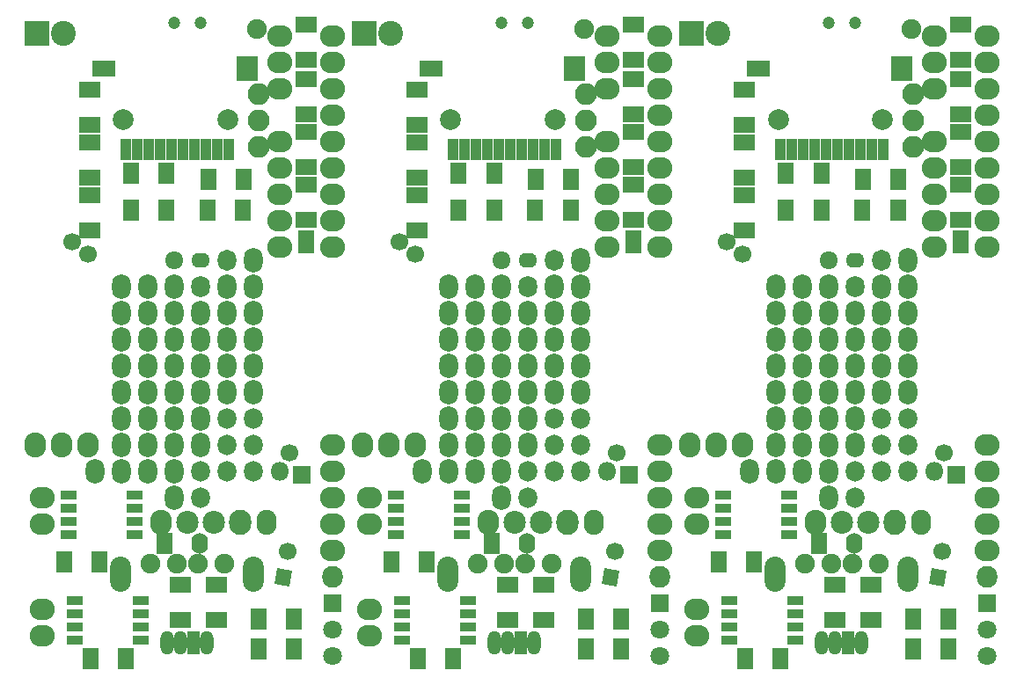
<source format=gbr>
G04 #@! TF.FileFunction,Soldermask,Bot*
%FSLAX46Y46*%
G04 Gerber Fmt 4.6, Leading zero omitted, Abs format (unit mm)*
G04 Created by KiCad (PCBNEW 4.0.2-4+6225~38~ubuntu15.04.1-stable) date 2016年06月17日 16時11分24秒*
%MOMM*%
G01*
G04 APERTURE LIST*
%ADD10C,0.100000*%
%ADD11O,2.400000X2.100000*%
%ADD12R,2.000200X2.398980*%
%ADD13C,2.000000*%
%ADD14R,1.101040X2.000200*%
%ADD15R,2.300000X1.600000*%
%ADD16O,2.100000X2.100000*%
%ADD17C,1.200000*%
%ADD18R,2.100000X1.600000*%
%ADD19O,2.100000X2.400000*%
%ADD20O,2.000000X2.100000*%
%ADD21R,1.600000X1.200000*%
%ADD22R,2.000000X1.600000*%
%ADD23O,1.600000X2.000000*%
%ADD24R,1.600000X2.000000*%
%ADD25C,1.900000*%
%ADD26C,1.700000*%
%ADD27R,1.600000X2.100000*%
%ADD28O,2.127200X2.200000*%
%ADD29O,2.127200X2.432000*%
%ADD30O,1.900000X2.432000*%
%ADD31C,1.901140*%
%ADD32O,2.000000X3.400000*%
%ADD33O,1.800000X2.400000*%
%ADD34O,1.800000X1.670000*%
%ADD35R,1.543000X0.908000*%
%ADD36R,1.797000X1.797000*%
%ADD37C,1.797000*%
%ADD38O,1.300000X2.305000*%
%ADD39R,1.300000X2.305000*%
%ADD40R,2.400000X2.400000*%
%ADD41C,2.400000*%
%ADD42R,1.700000X1.700000*%
%ADD43O,1.800000X2.000000*%
%ADD44O,1.800000X1.800000*%
%ADD45O,1.800000X2.100000*%
%ADD46O,1.800000X1.400000*%
%ADD47O,1.800000X2.051000*%
G04 APERTURE END LIST*
D10*
D11*
X195540000Y-73660000D03*
X195540000Y-63500000D03*
X195540000Y-66040000D03*
X195540000Y-71120000D03*
X195540000Y-68580000D03*
X195540000Y-58420000D03*
X195540000Y-60960000D03*
X195540000Y-55880000D03*
X195540000Y-53340000D03*
D12*
X187335000Y-56520000D03*
D13*
X175435000Y-61420000D03*
D14*
X185533740Y-64320100D03*
X184433920Y-64320100D03*
D13*
X185435000Y-61420000D03*
D15*
X173535000Y-56520000D03*
D14*
X176734820Y-64320100D03*
X177834640Y-64320100D03*
X178934460Y-64320100D03*
X180034280Y-64320100D03*
X181134100Y-64320100D03*
X182233920Y-64320100D03*
X183333740Y-64320100D03*
X175635000Y-64320100D03*
D11*
X195540000Y-95250000D03*
X195540000Y-92710000D03*
X195540000Y-97790000D03*
X195540000Y-100330000D03*
D16*
X188428000Y-58928000D03*
X188428000Y-61468000D03*
X188428000Y-64008000D03*
D17*
X182840000Y-52070000D03*
X180300000Y-52070000D03*
D18*
X193000000Y-52275000D03*
X193000000Y-55675000D03*
D11*
X190460000Y-58420000D03*
X190460000Y-55880000D03*
X190460000Y-53340000D03*
D19*
X166965000Y-92710000D03*
X169505000Y-92710000D03*
X172045000Y-92710000D03*
D20*
X195540000Y-105410000D03*
D11*
X195540000Y-102870000D03*
X195540000Y-100330000D03*
X167600000Y-111125000D03*
X167600000Y-108585000D03*
X167600000Y-100330000D03*
X167600000Y-97790000D03*
X190460000Y-63500000D03*
X190460000Y-68580000D03*
X190460000Y-66040000D03*
X190460000Y-71120000D03*
X190460000Y-73660000D03*
D21*
X193000000Y-72652000D03*
X193000000Y-73652000D03*
D22*
X172172000Y-72058000D03*
X172172000Y-68658000D03*
D23*
X182762000Y-102235000D03*
D24*
X179362000Y-102235000D03*
X191829800Y-109474000D03*
X188429800Y-109474000D03*
X191804400Y-112420400D03*
X188404400Y-112420400D03*
X175650000Y-113284000D03*
X172250000Y-113284000D03*
X173110000Y-104013000D03*
X169710000Y-104013000D03*
D18*
X184364000Y-109586500D03*
X184364000Y-106186500D03*
X180871500Y-109586500D03*
X180871500Y-106186500D03*
D25*
X188237500Y-52705000D03*
D26*
X170457500Y-73152000D03*
D27*
X187029200Y-67208400D03*
X183629200Y-67208400D03*
D18*
X193000000Y-62562000D03*
X193000000Y-65962000D03*
X172172000Y-58498000D03*
X172172000Y-61898000D03*
X172172000Y-63578000D03*
X172172000Y-66978000D03*
X193000000Y-71042000D03*
X193000000Y-67642000D03*
D24*
X176187000Y-70104000D03*
X179587000Y-70104000D03*
X179587000Y-66548000D03*
X176187000Y-66548000D03*
D27*
X186953000Y-70104000D03*
X183553000Y-70104000D03*
D19*
X179030000Y-100203000D03*
D28*
X181570000Y-100203000D03*
X184110000Y-100203000D03*
D29*
X186650000Y-100203000D03*
D30*
X189190000Y-100203000D03*
D31*
X185126860Y-104137880D03*
X182586860Y-104137880D03*
X180554860Y-104137880D03*
X178014860Y-104137880D03*
D32*
X187914000Y-105170000D03*
X175114000Y-105170000D03*
D33*
X180300000Y-97790000D03*
X180300000Y-95250000D03*
X180300000Y-92710000D03*
X180300000Y-90170000D03*
X180300000Y-87630000D03*
X180300000Y-85090000D03*
X180300000Y-82550000D03*
X180300000Y-80010000D03*
X180300000Y-77470000D03*
D34*
X180300000Y-74930000D03*
D33*
X175220000Y-92710000D03*
X177760000Y-92710000D03*
D35*
X170140000Y-97536000D03*
X170140000Y-98806000D03*
X170140000Y-100076000D03*
X170140000Y-101346000D03*
X176490000Y-101346000D03*
X176490000Y-100076000D03*
X176490000Y-98806000D03*
X176490000Y-97536000D03*
D36*
X195540000Y-107950000D03*
D37*
X195540000Y-110490000D03*
X195540000Y-113030000D03*
D38*
X183475000Y-111760000D03*
D39*
X182205000Y-111760000D03*
D38*
X180935000Y-111760000D03*
X179665000Y-111760000D03*
D40*
X167092000Y-53086000D03*
D41*
X169632000Y-53086000D03*
D26*
X191369000Y-93465936D03*
D42*
X192619000Y-95631000D03*
D33*
X175220000Y-95250000D03*
X177760000Y-95250000D03*
X175220000Y-90170000D03*
X177760000Y-90170000D03*
X175220000Y-87630000D03*
X177760000Y-87630000D03*
X175220000Y-77470000D03*
X177760000Y-77470000D03*
X175220000Y-80010000D03*
X177760000Y-80010000D03*
X175220000Y-85090000D03*
X177760000Y-85090000D03*
X175220000Y-82550000D03*
X177760000Y-82550000D03*
X185380000Y-82550000D03*
X187920000Y-82550000D03*
X185380000Y-85090000D03*
X187920000Y-85090000D03*
X185380000Y-80010000D03*
X187920000Y-80010000D03*
X185380000Y-77470000D03*
X187920000Y-77470000D03*
X185380000Y-87630000D03*
X187920000Y-87630000D03*
D43*
X185380000Y-90170000D03*
X187920000Y-90170000D03*
X185380000Y-95250000D03*
X187920000Y-95250000D03*
X185380000Y-92710000D03*
X187920000Y-92710000D03*
X187920000Y-95250000D03*
D44*
X190460000Y-95250000D03*
D33*
X172680000Y-95250000D03*
X175220000Y-95250000D03*
D35*
X170775000Y-107696000D03*
X170775000Y-108966000D03*
X170775000Y-110236000D03*
X170775000Y-111506000D03*
X177125000Y-111506000D03*
X177125000Y-110236000D03*
X177125000Y-108966000D03*
X177125000Y-107696000D03*
D43*
X182840000Y-97790000D03*
X182840000Y-95250000D03*
D33*
X182840000Y-92710000D03*
X182840000Y-90170000D03*
X182840000Y-87630000D03*
X182840000Y-85090000D03*
X182840000Y-82550000D03*
X182840000Y-80010000D03*
D45*
X182840000Y-77470000D03*
D46*
X182840000Y-74930000D03*
D26*
X191224320Y-103024181D03*
D10*
G36*
X191398570Y-106355042D02*
X189921358Y-106094570D01*
X190181830Y-104617358D01*
X191659042Y-104877830D01*
X191398570Y-106355042D01*
X191398570Y-106355042D01*
G37*
D47*
X185380000Y-74930000D03*
D33*
X187920000Y-74930000D03*
D26*
X171981500Y-74358500D03*
D18*
X193000000Y-60882000D03*
X193000000Y-57482000D03*
D12*
X155835000Y-56520000D03*
D13*
X143935000Y-61420000D03*
D14*
X154033740Y-64320100D03*
X152933920Y-64320100D03*
D13*
X153935000Y-61420000D03*
D15*
X142035000Y-56520000D03*
D14*
X145234820Y-64320100D03*
X146334640Y-64320100D03*
X147434460Y-64320100D03*
X148534280Y-64320100D03*
X149634100Y-64320100D03*
X150733920Y-64320100D03*
X151833740Y-64320100D03*
X144135000Y-64320100D03*
D11*
X164040000Y-95250000D03*
X164040000Y-92710000D03*
X164040000Y-97790000D03*
X164040000Y-100330000D03*
D16*
X156928000Y-58928000D03*
X156928000Y-61468000D03*
X156928000Y-64008000D03*
D17*
X151340000Y-52070000D03*
X148800000Y-52070000D03*
D18*
X161500000Y-52275000D03*
X161500000Y-55675000D03*
D11*
X158960000Y-58420000D03*
X158960000Y-55880000D03*
X158960000Y-53340000D03*
D19*
X135465000Y-92710000D03*
X138005000Y-92710000D03*
X140545000Y-92710000D03*
D20*
X164040000Y-105410000D03*
D11*
X164040000Y-102870000D03*
X164040000Y-100330000D03*
X136100000Y-111125000D03*
X136100000Y-108585000D03*
X136100000Y-100330000D03*
X136100000Y-97790000D03*
X158960000Y-63500000D03*
X158960000Y-68580000D03*
X158960000Y-66040000D03*
X158960000Y-71120000D03*
X158960000Y-73660000D03*
D21*
X161500000Y-72652000D03*
X161500000Y-73652000D03*
D22*
X140672000Y-72058000D03*
X140672000Y-68658000D03*
D11*
X164040000Y-73660000D03*
X164040000Y-63500000D03*
X164040000Y-66040000D03*
X164040000Y-71120000D03*
X164040000Y-68580000D03*
X164040000Y-58420000D03*
X164040000Y-60960000D03*
X164040000Y-55880000D03*
X164040000Y-53340000D03*
D23*
X151262000Y-102235000D03*
D24*
X147862000Y-102235000D03*
X160329800Y-109474000D03*
X156929800Y-109474000D03*
X160304400Y-112420400D03*
X156904400Y-112420400D03*
X144150000Y-113284000D03*
X140750000Y-113284000D03*
X141610000Y-104013000D03*
X138210000Y-104013000D03*
D18*
X152864000Y-109586500D03*
X152864000Y-106186500D03*
X149371500Y-109586500D03*
X149371500Y-106186500D03*
D25*
X156737500Y-52705000D03*
D26*
X138957500Y-73152000D03*
D27*
X155529200Y-67208400D03*
X152129200Y-67208400D03*
D18*
X161500000Y-62562000D03*
X161500000Y-65962000D03*
X140672000Y-58498000D03*
X140672000Y-61898000D03*
X140672000Y-63578000D03*
X140672000Y-66978000D03*
X161500000Y-71042000D03*
X161500000Y-67642000D03*
D24*
X144687000Y-70104000D03*
X148087000Y-70104000D03*
X148087000Y-66548000D03*
X144687000Y-66548000D03*
D27*
X155453000Y-70104000D03*
X152053000Y-70104000D03*
D19*
X147530000Y-100203000D03*
D28*
X150070000Y-100203000D03*
X152610000Y-100203000D03*
D29*
X155150000Y-100203000D03*
D30*
X157690000Y-100203000D03*
D31*
X153626860Y-104137880D03*
X151086860Y-104137880D03*
X149054860Y-104137880D03*
X146514860Y-104137880D03*
D32*
X156414000Y-105170000D03*
X143614000Y-105170000D03*
D33*
X148800000Y-97790000D03*
X148800000Y-95250000D03*
X148800000Y-92710000D03*
X148800000Y-90170000D03*
X148800000Y-87630000D03*
X148800000Y-85090000D03*
X148800000Y-82550000D03*
X148800000Y-80010000D03*
X148800000Y-77470000D03*
D34*
X148800000Y-74930000D03*
D33*
X143720000Y-92710000D03*
X146260000Y-92710000D03*
D35*
X138640000Y-97536000D03*
X138640000Y-98806000D03*
X138640000Y-100076000D03*
X138640000Y-101346000D03*
X144990000Y-101346000D03*
X144990000Y-100076000D03*
X144990000Y-98806000D03*
X144990000Y-97536000D03*
D36*
X164040000Y-107950000D03*
D37*
X164040000Y-110490000D03*
X164040000Y-113030000D03*
D38*
X151975000Y-111760000D03*
D39*
X150705000Y-111760000D03*
D38*
X149435000Y-111760000D03*
X148165000Y-111760000D03*
D40*
X135592000Y-53086000D03*
D41*
X138132000Y-53086000D03*
D26*
X159869000Y-93465936D03*
D42*
X161119000Y-95631000D03*
D33*
X143720000Y-95250000D03*
X146260000Y-95250000D03*
X143720000Y-90170000D03*
X146260000Y-90170000D03*
X143720000Y-87630000D03*
X146260000Y-87630000D03*
X143720000Y-77470000D03*
X146260000Y-77470000D03*
X143720000Y-80010000D03*
X146260000Y-80010000D03*
X143720000Y-85090000D03*
X146260000Y-85090000D03*
X143720000Y-82550000D03*
X146260000Y-82550000D03*
X153880000Y-82550000D03*
X156420000Y-82550000D03*
X153880000Y-85090000D03*
X156420000Y-85090000D03*
X153880000Y-80010000D03*
X156420000Y-80010000D03*
X153880000Y-77470000D03*
X156420000Y-77470000D03*
X153880000Y-87630000D03*
X156420000Y-87630000D03*
D43*
X153880000Y-90170000D03*
X156420000Y-90170000D03*
X153880000Y-95250000D03*
X156420000Y-95250000D03*
X153880000Y-92710000D03*
X156420000Y-92710000D03*
X156420000Y-95250000D03*
D44*
X158960000Y-95250000D03*
D33*
X141180000Y-95250000D03*
X143720000Y-95250000D03*
D35*
X139275000Y-107696000D03*
X139275000Y-108966000D03*
X139275000Y-110236000D03*
X139275000Y-111506000D03*
X145625000Y-111506000D03*
X145625000Y-110236000D03*
X145625000Y-108966000D03*
X145625000Y-107696000D03*
D43*
X151340000Y-97790000D03*
X151340000Y-95250000D03*
D33*
X151340000Y-92710000D03*
X151340000Y-90170000D03*
X151340000Y-87630000D03*
X151340000Y-85090000D03*
X151340000Y-82550000D03*
X151340000Y-80010000D03*
D45*
X151340000Y-77470000D03*
D46*
X151340000Y-74930000D03*
D26*
X159724320Y-103024181D03*
D10*
G36*
X159898570Y-106355042D02*
X158421358Y-106094570D01*
X158681830Y-104617358D01*
X160159042Y-104877830D01*
X159898570Y-106355042D01*
X159898570Y-106355042D01*
G37*
D47*
X153880000Y-74930000D03*
D33*
X156420000Y-74930000D03*
D26*
X140481500Y-74358500D03*
D18*
X161500000Y-60882000D03*
X161500000Y-57482000D03*
X224500000Y-60882000D03*
X224500000Y-57482000D03*
D26*
X203481500Y-74358500D03*
D47*
X216880000Y-74930000D03*
D33*
X219420000Y-74930000D03*
D26*
X222724320Y-103024181D03*
D10*
G36*
X222898570Y-106355042D02*
X221421358Y-106094570D01*
X221681830Y-104617358D01*
X223159042Y-104877830D01*
X222898570Y-106355042D01*
X222898570Y-106355042D01*
G37*
D43*
X214340000Y-97790000D03*
X214340000Y-95250000D03*
D33*
X214340000Y-92710000D03*
X214340000Y-90170000D03*
X214340000Y-87630000D03*
X214340000Y-85090000D03*
X214340000Y-82550000D03*
X214340000Y-80010000D03*
D45*
X214340000Y-77470000D03*
D46*
X214340000Y-74930000D03*
D35*
X202275000Y-107696000D03*
X202275000Y-108966000D03*
X202275000Y-110236000D03*
X202275000Y-111506000D03*
X208625000Y-111506000D03*
X208625000Y-110236000D03*
X208625000Y-108966000D03*
X208625000Y-107696000D03*
D33*
X204180000Y-95250000D03*
X206720000Y-95250000D03*
D43*
X219420000Y-95250000D03*
D44*
X221960000Y-95250000D03*
D43*
X216880000Y-92710000D03*
X219420000Y-92710000D03*
X216880000Y-95250000D03*
X219420000Y-95250000D03*
X216880000Y-90170000D03*
X219420000Y-90170000D03*
D33*
X216880000Y-87630000D03*
X219420000Y-87630000D03*
X216880000Y-77470000D03*
X219420000Y-77470000D03*
X216880000Y-80010000D03*
X219420000Y-80010000D03*
X216880000Y-85090000D03*
X219420000Y-85090000D03*
X216880000Y-82550000D03*
X219420000Y-82550000D03*
X206720000Y-82550000D03*
X209260000Y-82550000D03*
X206720000Y-85090000D03*
X209260000Y-85090000D03*
X206720000Y-80010000D03*
X209260000Y-80010000D03*
X206720000Y-77470000D03*
X209260000Y-77470000D03*
X206720000Y-87630000D03*
X209260000Y-87630000D03*
X206720000Y-90170000D03*
X209260000Y-90170000D03*
X206720000Y-95250000D03*
X209260000Y-95250000D03*
D26*
X222869000Y-93465936D03*
D42*
X224119000Y-95631000D03*
D40*
X198592000Y-53086000D03*
D41*
X201132000Y-53086000D03*
D38*
X214975000Y-111760000D03*
D39*
X213705000Y-111760000D03*
D38*
X212435000Y-111760000D03*
X211165000Y-111760000D03*
D36*
X227040000Y-107950000D03*
D37*
X227040000Y-110490000D03*
X227040000Y-113030000D03*
D35*
X201640000Y-97536000D03*
X201640000Y-98806000D03*
X201640000Y-100076000D03*
X201640000Y-101346000D03*
X207990000Y-101346000D03*
X207990000Y-100076000D03*
X207990000Y-98806000D03*
X207990000Y-97536000D03*
D33*
X206720000Y-92710000D03*
X209260000Y-92710000D03*
X211800000Y-97790000D03*
X211800000Y-95250000D03*
X211800000Y-92710000D03*
X211800000Y-90170000D03*
X211800000Y-87630000D03*
X211800000Y-85090000D03*
X211800000Y-82550000D03*
X211800000Y-80010000D03*
X211800000Y-77470000D03*
D34*
X211800000Y-74930000D03*
D31*
X216626860Y-104137880D03*
X214086860Y-104137880D03*
X212054860Y-104137880D03*
X209514860Y-104137880D03*
D32*
X219414000Y-105170000D03*
X206614000Y-105170000D03*
D19*
X210530000Y-100203000D03*
D28*
X213070000Y-100203000D03*
X215610000Y-100203000D03*
D29*
X218150000Y-100203000D03*
D30*
X220690000Y-100203000D03*
D27*
X218453000Y-70104000D03*
X215053000Y-70104000D03*
D24*
X211087000Y-66548000D03*
X207687000Y-66548000D03*
X207687000Y-70104000D03*
X211087000Y-70104000D03*
D18*
X224500000Y-71042000D03*
X224500000Y-67642000D03*
X203672000Y-63578000D03*
X203672000Y-66978000D03*
X203672000Y-58498000D03*
X203672000Y-61898000D03*
X224500000Y-62562000D03*
X224500000Y-65962000D03*
D27*
X218529200Y-67208400D03*
X215129200Y-67208400D03*
D26*
X201957500Y-73152000D03*
D25*
X219737500Y-52705000D03*
D18*
X212371500Y-109586500D03*
X212371500Y-106186500D03*
X215864000Y-109586500D03*
X215864000Y-106186500D03*
D24*
X204610000Y-104013000D03*
X201210000Y-104013000D03*
X207150000Y-113284000D03*
X203750000Y-113284000D03*
X223304400Y-112420400D03*
X219904400Y-112420400D03*
X223329800Y-109474000D03*
X219929800Y-109474000D03*
D23*
X214262000Y-102235000D03*
D24*
X210862000Y-102235000D03*
D11*
X227040000Y-73660000D03*
X227040000Y-63500000D03*
X227040000Y-66040000D03*
X227040000Y-71120000D03*
X227040000Y-68580000D03*
X227040000Y-58420000D03*
X227040000Y-60960000D03*
X227040000Y-55880000D03*
X227040000Y-53340000D03*
D22*
X203672000Y-72058000D03*
X203672000Y-68658000D03*
D21*
X224500000Y-72652000D03*
X224500000Y-73652000D03*
D11*
X221960000Y-63500000D03*
X221960000Y-68580000D03*
X221960000Y-66040000D03*
X221960000Y-71120000D03*
X221960000Y-73660000D03*
X199100000Y-100330000D03*
X199100000Y-97790000D03*
X199100000Y-111125000D03*
X199100000Y-108585000D03*
D20*
X227040000Y-105410000D03*
D11*
X227040000Y-102870000D03*
X227040000Y-100330000D03*
D19*
X198465000Y-92710000D03*
X201005000Y-92710000D03*
X203545000Y-92710000D03*
D11*
X221960000Y-58420000D03*
X221960000Y-55880000D03*
X221960000Y-53340000D03*
D18*
X224500000Y-52275000D03*
X224500000Y-55675000D03*
D17*
X214340000Y-52070000D03*
X211800000Y-52070000D03*
D16*
X219928000Y-58928000D03*
X219928000Y-61468000D03*
X219928000Y-64008000D03*
D11*
X227040000Y-95250000D03*
X227040000Y-92710000D03*
X227040000Y-97790000D03*
X227040000Y-100330000D03*
D12*
X218835000Y-56520000D03*
D13*
X206935000Y-61420000D03*
D14*
X217033740Y-64320100D03*
X215933920Y-64320100D03*
D13*
X216935000Y-61420000D03*
D15*
X205035000Y-56520000D03*
D14*
X208234820Y-64320100D03*
X209334640Y-64320100D03*
X210434460Y-64320100D03*
X211534280Y-64320100D03*
X212634100Y-64320100D03*
X213733920Y-64320100D03*
X214833740Y-64320100D03*
X207135000Y-64320100D03*
M02*

</source>
